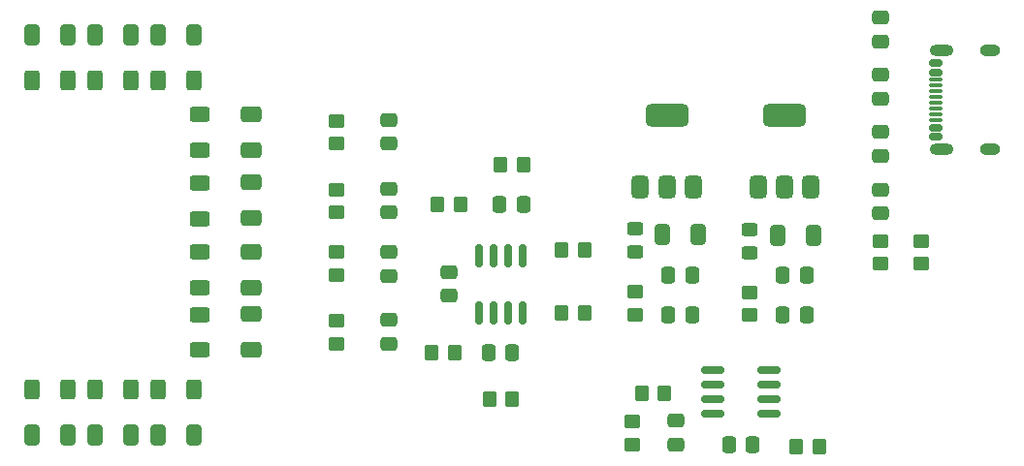
<source format=gtp>
G04 #@! TF.GenerationSoftware,KiCad,Pcbnew,9.0.3*
G04 #@! TF.CreationDate,2025-11-22T23:15:04+01:00*
G04 #@! TF.ProjectId,CheapDiffProbe,43686561-7044-4696-9666-50726f62652e,rev?*
G04 #@! TF.SameCoordinates,Original*
G04 #@! TF.FileFunction,Paste,Top*
G04 #@! TF.FilePolarity,Positive*
%FSLAX46Y46*%
G04 Gerber Fmt 4.6, Leading zero omitted, Abs format (unit mm)*
G04 Created by KiCad (PCBNEW 9.0.3) date 2025-11-22 23:15:04*
%MOMM*%
%LPD*%
G01*
G04 APERTURE LIST*
G04 Aperture macros list*
%AMRoundRect*
0 Rectangle with rounded corners*
0 $1 Rounding radius*
0 $2 $3 $4 $5 $6 $7 $8 $9 X,Y pos of 4 corners*
0 Add a 4 corners polygon primitive as box body*
4,1,4,$2,$3,$4,$5,$6,$7,$8,$9,$2,$3,0*
0 Add four circle primitives for the rounded corners*
1,1,$1+$1,$2,$3*
1,1,$1+$1,$4,$5*
1,1,$1+$1,$6,$7*
1,1,$1+$1,$8,$9*
0 Add four rect primitives between the rounded corners*
20,1,$1+$1,$2,$3,$4,$5,0*
20,1,$1+$1,$4,$5,$6,$7,0*
20,1,$1+$1,$6,$7,$8,$9,0*
20,1,$1+$1,$8,$9,$2,$3,0*%
G04 Aperture macros list end*
%ADD10RoundRect,0.250000X-0.350000X-0.450000X0.350000X-0.450000X0.350000X0.450000X-0.350000X0.450000X0*%
%ADD11RoundRect,0.250000X0.650000X-0.412500X0.650000X0.412500X-0.650000X0.412500X-0.650000X-0.412500X0*%
%ADD12RoundRect,0.250000X0.450000X-0.350000X0.450000X0.350000X-0.450000X0.350000X-0.450000X-0.350000X0*%
%ADD13RoundRect,0.250000X-0.412500X-0.650000X0.412500X-0.650000X0.412500X0.650000X-0.412500X0.650000X0*%
%ADD14RoundRect,0.250000X0.475000X-0.337500X0.475000X0.337500X-0.475000X0.337500X-0.475000X-0.337500X0*%
%ADD15RoundRect,0.150000X0.425000X-0.150000X0.425000X0.150000X-0.425000X0.150000X-0.425000X-0.150000X0*%
%ADD16RoundRect,0.075000X0.500000X-0.075000X0.500000X0.075000X-0.500000X0.075000X-0.500000X-0.075000X0*%
%ADD17O,2.100000X1.000000*%
%ADD18O,1.800000X1.000000*%
%ADD19RoundRect,0.250000X0.625000X-0.400000X0.625000X0.400000X-0.625000X0.400000X-0.625000X-0.400000X0*%
%ADD20RoundRect,0.250000X-0.337500X-0.475000X0.337500X-0.475000X0.337500X0.475000X-0.337500X0.475000X0*%
%ADD21RoundRect,0.375000X0.375000X-0.625000X0.375000X0.625000X-0.375000X0.625000X-0.375000X-0.625000X0*%
%ADD22RoundRect,0.500000X1.400000X-0.500000X1.400000X0.500000X-1.400000X0.500000X-1.400000X-0.500000X0*%
%ADD23RoundRect,0.250000X-0.400000X-0.625000X0.400000X-0.625000X0.400000X0.625000X-0.400000X0.625000X0*%
%ADD24RoundRect,0.250000X-0.450000X0.350000X-0.450000X-0.350000X0.450000X-0.350000X0.450000X0.350000X0*%
%ADD25RoundRect,0.250000X0.350000X0.450000X-0.350000X0.450000X-0.350000X-0.450000X0.350000X-0.450000X0*%
%ADD26RoundRect,0.250000X0.450000X-0.325000X0.450000X0.325000X-0.450000X0.325000X-0.450000X-0.325000X0*%
%ADD27RoundRect,0.150000X-0.150000X0.825000X-0.150000X-0.825000X0.150000X-0.825000X0.150000X0.825000X0*%
%ADD28RoundRect,0.150000X0.825000X0.150000X-0.825000X0.150000X-0.825000X-0.150000X0.825000X-0.150000X0*%
%ADD29RoundRect,0.250000X0.337500X0.475000X-0.337500X0.475000X-0.337500X-0.475000X0.337500X-0.475000X0*%
%ADD30RoundRect,0.250000X-0.450000X0.325000X-0.450000X-0.325000X0.450000X-0.325000X0.450000X0.325000X0*%
G04 APERTURE END LIST*
D10*
X128100000Y-76800000D03*
X130100000Y-76800000D03*
D11*
X101000000Y-68525000D03*
X101000000Y-65400000D03*
D12*
X108500000Y-62000000D03*
X108500000Y-60000000D03*
D13*
X87375000Y-87500000D03*
X90500000Y-87500000D03*
D14*
X155975000Y-58075000D03*
X155975000Y-56000000D03*
D15*
X160745000Y-61380000D03*
X160745000Y-60580000D03*
D16*
X160745000Y-59430000D03*
X160745000Y-58430000D03*
X160745000Y-57930000D03*
X160745000Y-56930000D03*
D15*
X160745000Y-55780000D03*
X160745000Y-54980000D03*
X160745000Y-54980000D03*
X160745000Y-55780000D03*
D16*
X160745000Y-56430000D03*
X160745000Y-57430000D03*
X160745000Y-58930000D03*
X160745000Y-59930000D03*
D15*
X160745000Y-60580000D03*
X160745000Y-61380000D03*
D17*
X161320000Y-62500000D03*
D18*
X165500000Y-62500000D03*
D17*
X161320000Y-53860000D03*
D18*
X165500000Y-53860000D03*
D19*
X96500000Y-68550000D03*
X96500000Y-65450000D03*
D13*
X81875000Y-87500000D03*
X85000000Y-87500000D03*
D11*
X101000000Y-62600000D03*
X101000000Y-59475000D03*
D14*
X113000000Y-62000000D03*
X113000000Y-59925000D03*
D20*
X137425000Y-73450000D03*
X139500000Y-73450000D03*
D21*
X145300000Y-65800000D03*
X147600000Y-65800000D03*
D22*
X147600000Y-59500000D03*
D21*
X149900000Y-65800000D03*
D11*
X101000000Y-80025000D03*
X101000000Y-76900000D03*
D13*
X92875000Y-87500000D03*
X96000000Y-87500000D03*
D14*
X155975000Y-68112500D03*
X155975000Y-66037500D03*
D12*
X134500000Y-76950000D03*
X134500000Y-74950000D03*
D14*
X155975000Y-53075000D03*
X155975000Y-51000000D03*
D20*
X147425000Y-73500000D03*
X149500000Y-73500000D03*
D14*
X138100000Y-88300000D03*
X138100000Y-86225000D03*
D19*
X96500000Y-74550000D03*
X96500000Y-71450000D03*
D23*
X87400000Y-83500000D03*
X90500000Y-83500000D03*
D10*
X117300000Y-67300000D03*
X119300000Y-67300000D03*
D12*
X108500000Y-73500000D03*
X108500000Y-71500000D03*
X108500000Y-68000000D03*
X108500000Y-66000000D03*
D13*
X146975000Y-70000000D03*
X150100000Y-70000000D03*
D11*
X101000000Y-74562500D03*
X101000000Y-71437500D03*
D23*
X92900000Y-56500000D03*
X96000000Y-56500000D03*
D14*
X113000000Y-79500000D03*
X113000000Y-77425000D03*
X113000000Y-68000000D03*
X113000000Y-65925000D03*
D24*
X159475000Y-70500000D03*
X159475000Y-72500000D03*
D25*
X123800000Y-84300000D03*
X121800000Y-84300000D03*
D21*
X135000000Y-65800000D03*
X137300000Y-65800000D03*
D22*
X137300000Y-59500000D03*
D21*
X139600000Y-65800000D03*
D24*
X155975000Y-70500000D03*
X155975000Y-72500000D03*
D26*
X144500000Y-71550000D03*
X144500000Y-69500000D03*
D14*
X118300000Y-75300000D03*
X118300000Y-73225000D03*
D12*
X134300000Y-88300000D03*
X134300000Y-86300000D03*
D20*
X142725000Y-88300000D03*
X144800000Y-88300000D03*
D19*
X96500000Y-62550000D03*
X96500000Y-59450000D03*
D20*
X122725000Y-67300000D03*
X124800000Y-67300000D03*
X147425000Y-77000000D03*
X149500000Y-77000000D03*
D10*
X122800000Y-63800000D03*
X124800000Y-63800000D03*
D12*
X144500000Y-77000000D03*
X144500000Y-75000000D03*
D23*
X81900000Y-56500000D03*
X85000000Y-56500000D03*
D14*
X113000000Y-73537500D03*
X113000000Y-71462500D03*
D13*
X92875000Y-52500000D03*
X96000000Y-52500000D03*
D27*
X124705000Y-71825000D03*
X123435000Y-71825000D03*
X122165000Y-71825000D03*
X120895000Y-71825000D03*
X120895000Y-76775000D03*
X122165000Y-76775000D03*
X123435000Y-76775000D03*
X124705000Y-76775000D03*
D10*
X128100000Y-71300000D03*
X130100000Y-71300000D03*
D13*
X87375000Y-52500000D03*
X90500000Y-52500000D03*
D14*
X155975000Y-63075000D03*
X155975000Y-61000000D03*
D20*
X137425000Y-76950000D03*
X139500000Y-76950000D03*
D10*
X116800000Y-80300000D03*
X118800000Y-80300000D03*
D23*
X92900000Y-83500000D03*
X96000000Y-83500000D03*
D28*
X146250000Y-85610000D03*
X146250000Y-84340000D03*
X146250000Y-83070000D03*
X146250000Y-81800000D03*
X141300000Y-81800000D03*
X141300000Y-83070000D03*
X141300000Y-84340000D03*
X141300000Y-85610000D03*
D13*
X136937500Y-69950000D03*
X140062500Y-69950000D03*
D23*
X87400000Y-56500000D03*
X90500000Y-56500000D03*
D13*
X81875000Y-52500000D03*
X85000000Y-52500000D03*
D29*
X123800000Y-80300000D03*
X121725000Y-80300000D03*
D12*
X108500000Y-79500000D03*
X108500000Y-77500000D03*
D19*
X96500000Y-80050000D03*
X96500000Y-76950000D03*
D23*
X81900000Y-83500000D03*
X85000000Y-83500000D03*
D10*
X148600000Y-88500000D03*
X150600000Y-88500000D03*
X135100000Y-83800000D03*
X137100000Y-83800000D03*
D30*
X134500000Y-69450000D03*
X134500000Y-71500000D03*
M02*

</source>
